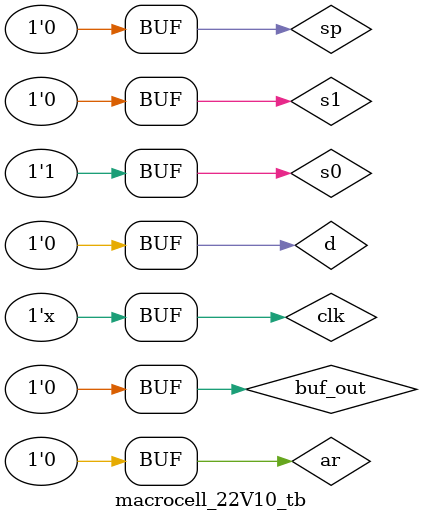
<source format=v>
`timescale 1ns / 1ps


module macrocell_22V10(
    input clk,
    input s0,
    input s1,
    input sp,
    input ar,
    input d,
    input buf_out,
    output out,
    output fb
    );
    reg q = 0;
    reg qn;
    
    always @(posedge ar)
        begin
        q = 0;
        qn <= ~q;
        end
    
    always @(posedge clk)
        begin
            if(ar == 1 && sp == 1)
                begin
                q <= 0;
                qn <= ~q;
                end
            else if(ar == 0 && sp == 1)
                begin
                q <= 1;
                qn <= ~q;
                end
            else if (ar == 0 && sp == 0)
                begin
                q <= d;
                qn <= ~q;
                end
        end
    
    assign out = (s1) ? (s0 ? !d : d) : ( s0 ? qn : q);
    
    assign fb = (s1) ? buf_out : qn;
       
endmodule

module macrocell_22V10_tb();
    reg clk = 0, s0 = 0, s1 = 0, sp = 0, ar = 0, d = 0, buf_out = 0;
    wire out, fb;
    
    macrocell_22V10 dut(clk,s0,s1,sp,ar,d,buf_out, out, fb);
    
    always begin
    clk = ~clk;
    #1;
    end
    
    initial begin
    d = 0;
    ar = 0;
    sp = 0;
    s0 = 0;
    s1 = 0;
    buf_out = 0;
    #10
    d = 1;
    s1 = 1;
    #10
    s0 = 0;
    s1 = 0;
    #5
    d = 0;
    #5
    sp = 1;
    #11
    ar = 1;
    #10
    sp = 0;
    ar = 0;
    #5
    s0 = 1;
    #10;
    end
    
    
endmodule
</source>
